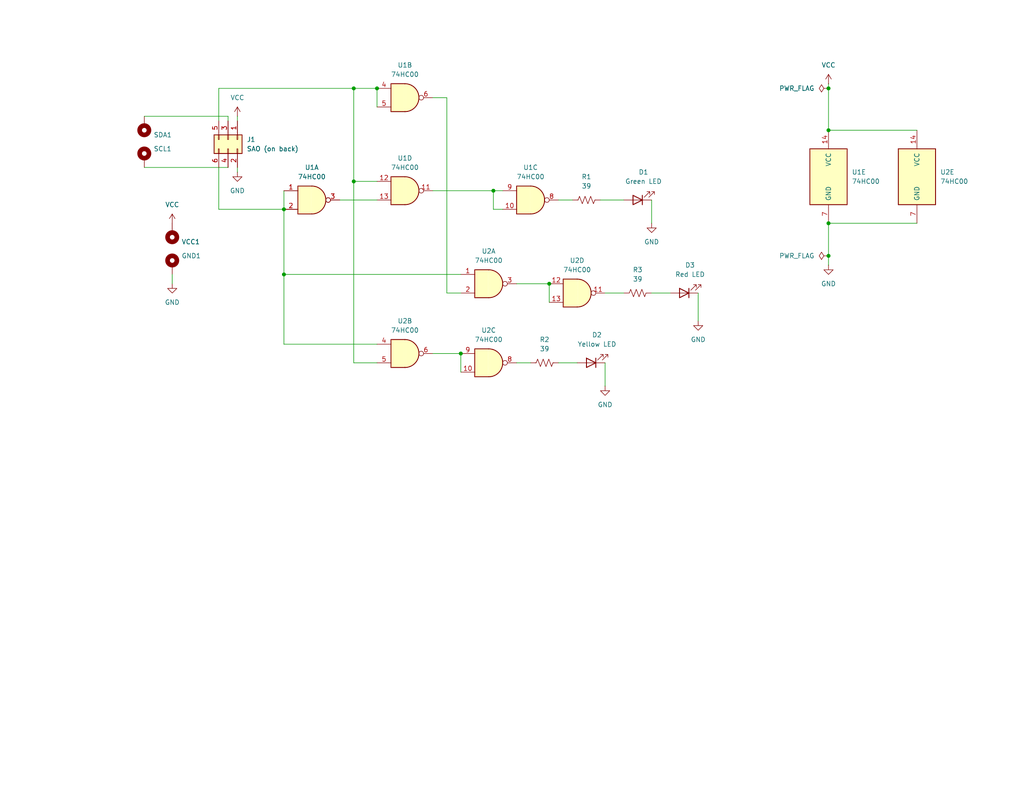
<source format=kicad_sch>
(kicad_sch (version 20231120) (generator "eeschema") (generator_version "8.0")
  (paper "USLetter")
  (title_block (title "AirQuality SAO") (date "2024-09-27"))
  (lib_symbols
    (symbol "74xx:74HC00" (pin_names (offset 1.016))
      (property "Reference" "U" (at 0 1.27 0))
      (property "Value" "74HC00" (at 0 -1.27 0))
      (symbol "74HC00_1_1"
        (arc (start 0 -3.81) (mid 3.7934 0) (end 0 3.81) (stroke (width 0.254)) (fill (type background)))
        (polyline (pts (xy 0 3.81) (xy -3.81 3.81) (xy -3.81 -3.81) (xy 0 -3.81)) (stroke (width 0.254)) (fill (type background)))
        (pin input line (at -7.62 2.54 0) (length 3.81) (name "~") (number "1"))
        (pin input line (at -7.62 -2.54 0) (length 3.81) (name "~") (number "2"))
        (pin output inverted (at 7.62 0 180) (length 3.81) (name "~") (number "3"))
      )
      (symbol "74HC00_1_2"
        (arc (start -3.81 -3.81) (mid -2.589 0) (end -3.81 3.81) (stroke (width 0.254)))
        (arc (start -0.6096 -3.81) (mid 2.1842 -2.5851) (end 3.81 0) (stroke (width 0.254)) (fill (type background)))
        (polyline (pts (xy -3.81 -3.81) (xy -0.635 -3.81)) (stroke (width 0.254)) (fill (type background)))
        (polyline (pts (xy -3.81 3.81) (xy -0.635 3.81)) (stroke (width 0.254)) (fill (type background)))
        (polyline (pts (xy -0.635 3.81) (xy -3.81 3.81) (xy -3.81 3.81) (xy -3.556 3.4036) (xy -3.0226 2.2606) (xy -2.6924 1.0414) (xy -2.6162 -0.254) (xy -2.7686 -1.4986) (xy -3.175 -2.7178) (xy -3.81 -3.81) (xy -3.81 -3.81) (xy -0.635 -3.81)) (stroke (width -25.4)) (fill (type background)))
        (arc (start 3.81 0) (mid 2.1915 2.5936) (end -0.6096 3.81) (stroke (width 0.254)) (fill (type background)))
        (pin input inverted (at -7.62 2.54 0) (length 4.318) (name "~") (number "1"))
        (pin input inverted (at -7.62 -2.54 0) (length 4.318) (name "~") (number "2"))
        (pin output line (at 7.62 0 180) (length 3.81) (name "~") (number "3"))
      )
      (symbol "74HC00_2_1"
        (arc (start 0 -3.81) (mid 3.7934 0) (end 0 3.81) (stroke (width 0.254)) (fill (type background)))
        (polyline (pts (xy 0 3.81) (xy -3.81 3.81) (xy -3.81 -3.81) (xy 0 -3.81)) (stroke (width 0.254)) (fill (type background)))
        (pin input line (at -7.62 2.54 0) (length 3.81) (name "~") (number "4"))
        (pin input line (at -7.62 -2.54 0) (length 3.81) (name "~") (number "5"))
        (pin output inverted (at 7.62 0 180) (length 3.81) (name "~") (number "6"))
      )
      (symbol "74HC00_2_2"
        (arc (start -3.81 -3.81) (mid -2.589 0) (end -3.81 3.81) (stroke (width 0.254)))
        (arc (start -0.6096 -3.81) (mid 2.1842 -2.5851) (end 3.81 0) (stroke (width 0.254)) (fill (type background)))
        (polyline (pts (xy -3.81 -3.81) (xy -0.635 -3.81)) (stroke (width 0.254)) (fill (type background)))
        (polyline (pts (xy -3.81 3.81) (xy -0.635 3.81)) (stroke (width 0.254)) (fill (type background)))
        (polyline (pts (xy -0.635 3.81) (xy -3.81 3.81) (xy -3.81 3.81) (xy -3.556 3.4036) (xy -3.0226 2.2606) (xy -2.6924 1.0414) (xy -2.6162 -0.254) (xy -2.7686 -1.4986) (xy -3.175 -2.7178) (xy -3.81 -3.81) (xy -3.81 -3.81) (xy -0.635 -3.81)) (stroke (width -25.4)) (fill (type background)))
        (arc (start 3.81 0) (mid 2.1915 2.5936) (end -0.6096 3.81) (stroke (width 0.254)) (fill (type background)))
        (pin input inverted (at -7.62 2.54 0) (length 4.318) (name "~") (number "4"))
        (pin input inverted (at -7.62 -2.54 0) (length 4.318) (name "~") (number "5"))
        (pin output line (at 7.62 0 180) (length 3.81) (name "~") (number "6"))
      )
      (symbol "74HC00_3_1"
        (arc (start 0 -3.81) (mid 3.7934 0) (end 0 3.81) (stroke (width 0.254)) (fill (type background)))
        (polyline (pts (xy 0 3.81) (xy -3.81 3.81) (xy -3.81 -3.81) (xy 0 -3.81)) (stroke (width 0.254)) (fill (type background)))
        (pin input line (at -7.62 -2.54 0) (length 3.81) (name "~") (number "10"))
        (pin output inverted (at 7.62 0 180) (length 3.81) (name "~") (number "8"))
        (pin input line (at -7.62 2.54 0) (length 3.81) (name "~") (number "9"))
      )
      (symbol "74HC00_3_2"
        (arc (start -3.81 -3.81) (mid -2.589 0) (end -3.81 3.81) (stroke (width 0.254)))
        (arc (start -0.6096 -3.81) (mid 2.1842 -2.5851) (end 3.81 0) (stroke (width 0.254)) (fill (type background)))
        (polyline (pts (xy -3.81 -3.81) (xy -0.635 -3.81)) (stroke (width 0.254)) (fill (type background)))
        (polyline (pts (xy -3.81 3.81) (xy -0.635 3.81)) (stroke (width 0.254)) (fill (type background)))
        (polyline (pts (xy -0.635 3.81) (xy -3.81 3.81) (xy -3.81 3.81) (xy -3.556 3.4036) (xy -3.0226 2.2606) (xy -2.6924 1.0414) (xy -2.6162 -0.254) (xy -2.7686 -1.4986) (xy -3.175 -2.7178) (xy -3.81 -3.81) (xy -3.81 -3.81) (xy -0.635 -3.81)) (stroke (width -25.4)) (fill (type background)))
        (arc (start 3.81 0) (mid 2.1915 2.5936) (end -0.6096 3.81) (stroke (width 0.254)) (fill (type background)))
        (pin input inverted (at -7.62 -2.54 0) (length 4.318) (name "~") (number "10"))
        (pin output line (at 7.62 0 180) (length 3.81) (name "~") (number "8"))
        (pin input inverted (at -7.62 2.54 0) (length 4.318) (name "~") (number "9"))
      )
      (symbol "74HC00_4_1"
        (arc (start 0 -3.81) (mid 3.7934 0) (end 0 3.81) (stroke (width 0.254)) (fill (type background)))
        (polyline (pts (xy 0 3.81) (xy -3.81 3.81) (xy -3.81 -3.81) (xy 0 -3.81)) (stroke (width 0.254)) (fill (type background)))
        (pin output inverted (at 7.62 0 180) (length 3.81) (name "~") (number "11"))
        (pin input line (at -7.62 2.54 0) (length 3.81) (name "~") (number "12"))
        (pin input line (at -7.62 -2.54 0) (length 3.81) (name "~") (number "13"))
      )
      (symbol "74HC00_4_2"
        (arc (start -3.81 -3.81) (mid -2.589 0) (end -3.81 3.81) (stroke (width 0.254)))
        (arc (start -0.6096 -3.81) (mid 2.1842 -2.5851) (end 3.81 0) (stroke (width 0.254)) (fill (type background)))
        (polyline (pts (xy -3.81 -3.81) (xy -0.635 -3.81)) (stroke (width 0.254)) (fill (type background)))
        (polyline (pts (xy -3.81 3.81) (xy -0.635 3.81)) (stroke (width 0.254)) (fill (type background)))
        (polyline (pts (xy -0.635 3.81) (xy -3.81 3.81) (xy -3.81 3.81) (xy -3.556 3.4036) (xy -3.0226 2.2606) (xy -2.6924 1.0414) (xy -2.6162 -0.254) (xy -2.7686 -1.4986) (xy -3.175 -2.7178) (xy -3.81 -3.81) (xy -3.81 -3.81) (xy -0.635 -3.81)) (stroke (width -25.4)) (fill (type background)))
        (arc (start 3.81 0) (mid 2.1915 2.5936) (end -0.6096 3.81) (stroke (width 0.254)) (fill (type background)))
        (pin output line (at 7.62 0 180) (length 3.81) (name "~") (number "11"))
        (pin input inverted (at -7.62 2.54 0) (length 4.318) (name "~") (number "12"))
        (pin input inverted (at -7.62 -2.54 0) (length 4.318) (name "~") (number "13"))
      )
      (symbol "74HC00_5_0"
        (pin power_in line (at 0 12.7 270) (length 5.08) (name "VCC") (number "14"))
        (pin power_in line (at 0 -12.7 90) (length 5.08) (name "GND") (number "7"))
      )
      (symbol "74HC00_5_1"
        (rectangle (start -5.08 7.62) (end 5.08 -7.62) (stroke (width 0.254)) (fill (type background)))
      )
    )
    (symbol "Connector_Generic:Conn_02x03_Odd_Even" (pin_names (offset 1.016) hide)
      (property "Reference" "J" (at 1.27 5.08 0))
      (property "Value" "Conn_02x03_Odd_Even" (at 1.27 -5.08 0))
      (symbol "Conn_02x03_Odd_Even_1_1"
        (rectangle (start -1.27 -2.413) (end 0 -2.667) (stroke (width 0.1524)))
        (rectangle (start -1.27 0.127) (end 0 -0.127) (stroke (width 0.1524)))
        (rectangle (start -1.27 2.667) (end 0 2.413) (stroke (width 0.1524)))
        (rectangle (start -1.27 3.81) (end 3.81 -3.81) (stroke (width 0.254)) (fill (type background)))
        (rectangle (start 3.81 -2.413) (end 2.54 -2.667) (stroke (width 0.1524)))
        (rectangle (start 3.81 0.127) (end 2.54 -0.127) (stroke (width 0.1524)))
        (rectangle (start 3.81 2.667) (end 2.54 2.413) (stroke (width 0.1524)))
        (pin passive line (at -5.08 2.54 0) (length 3.81) (name "Pin_1") (number "1"))
        (pin passive line (at 7.62 2.54 180) (length 3.81) (name "Pin_2") (number "2"))
        (pin passive line (at -5.08 0 0) (length 3.81) (name "Pin_3") (number "3"))
        (pin passive line (at 7.62 0 180) (length 3.81) (name "Pin_4") (number "4"))
        (pin passive line (at -5.08 -2.54 0) (length 3.81) (name "Pin_5") (number "5"))
        (pin passive line (at 7.62 -2.54 180) (length 3.81) (name "Pin_6") (number "6"))
      )
    )
    (symbol "Device:LED" (pin_numbers hide) (pin_names (offset 1.016) hide)
      (property "Reference" "D" (at 0 2.54 0))
      (property "Value" "LED" (at 0 -2.54 0))
      (symbol "LED_0_1"
        (polyline (pts (xy -1.27 -1.27) (xy -1.27 1.27)) (stroke (width 0.254)))
        (polyline (pts (xy -1.27 0) (xy 1.27 0)))
        (polyline (pts (xy 1.27 -1.27) (xy 1.27 1.27) (xy -1.27 0) (xy 1.27 -1.27)) (stroke (width 0.254)))
        (polyline (pts (xy -3.048 -0.762) (xy -4.572 -2.286) (xy -3.81 -2.286) (xy -4.572 -2.286) (xy -4.572 -1.524)))
        (polyline (pts (xy -1.778 -0.762) (xy -3.302 -2.286) (xy -2.54 -2.286) (xy -3.302 -2.286) (xy -3.302 -1.524)))
      )
      (symbol "LED_1_1"
        (pin passive line (at -3.81 0 0) (length 2.54) (name "K") (number "1"))
        (pin passive line (at 3.81 0 180) (length 2.54) (name "A") (number "2"))
      )
    )
    (symbol "Device:R_US" (pin_numbers hide) (pin_names (offset 0))
      (property "Reference" "R" (at 2.54 0 90))
      (property "Value" "R_US" (at -2.54 0 90))
      (symbol "R_US_0_1"
        (polyline (pts (xy 0 -2.286) (xy 0 -2.54)))
        (polyline (pts (xy 0 2.286) (xy 0 2.54)))
        (polyline (pts (xy 0 -0.762) (xy 1.016 -1.143) (xy 0 -1.524) (xy -1.016 -1.905) (xy 0 -2.286)))
        (polyline (pts (xy 0 0.762) (xy 1.016 0.381) (xy 0 0) (xy -1.016 -0.381) (xy 0 -0.762)))
        (polyline (pts (xy 0 2.286) (xy 1.016 1.905) (xy 0 1.524) (xy -1.016 1.143) (xy 0 0.762)))
      )
      (symbol "R_US_1_1"
        (pin passive line (at 0 3.81 270) (length 1.27) (name "~") (number "1"))
        (pin passive line (at 0 -3.81 90) (length 1.27) (name "~") (number "2"))
      )
    )
    (symbol "Mechanical:MountingHole_Pad" (pin_numbers hide) (pin_names (offset 1.016) hide) (exclude_from_sim yes) (in_bom no)
      (property "Reference" "H" (at 0 6.35 0))
      (property "Value" "MountingHole_Pad" (at 0 4.445 0))
      (symbol "MountingHole_Pad_0_1"
        (circle (center 0 1.27) (radius 1.27) (stroke (width 1.27)))
      )
      (symbol "MountingHole_Pad_1_1"
        (pin input line (at 0 -2.54 90) (length 2.54) (name "1") (number "1"))
      )
    )
    (symbol "power:GND" (power) (pin_numbers hide) (pin_names (offset 0) hide)
      (property "Value" "GND" (at 0 -3.81 0))
      (symbol "GND_0_1"
        (polyline (pts (xy 0 0) (xy 0 -1.27) (xy 1.27 -1.27) (xy 0 -2.54) (xy -1.27 -1.27) (xy 0 -1.27)))
      )
      (symbol "GND_1_1"
        (pin power_in line (at 0 0 270) (length 0) (name "~") (number "1"))
      )
    )
    (symbol "power:PWR_FLAG" (power) (pin_numbers hide) (pin_names (offset 0) hide)
      (property "Value" "PWR_FLAG" (at 0 3.81 0))
      (symbol "PWR_FLAG_0_0"
        (pin power_out line (at 0 0 90) (length 0) (name "~") (number "1"))
      )
      (symbol "PWR_FLAG_0_1"
        (polyline (pts (xy 0 0) (xy 0 1.27) (xy -1.016 1.905) (xy 0 2.54) (xy 1.016 1.905) (xy 0 1.27)))
      )
    )
    (symbol "power:VCC" (power) (pin_numbers hide) (pin_names (offset 0) hide)
      (property "Value" "VCC" (at 0 3.556 0))
      (symbol "VCC_0_1"
        (polyline (pts (xy -0.762 1.27) (xy 0 2.54)))
        (polyline (pts (xy 0 0) (xy 0 2.54)))
        (polyline (pts (xy 0 2.54) (xy 0.762 1.27)))
      )
      (symbol "VCC_1_1"
        (pin power_in line (at 0 0 90) (length 0) (name "~") (number "1"))
      )
    )
  )
  (junction (at 226.06 60.96))
  (junction (at 125.73 96.52))
  (junction (at 77.47 74.93))
  (junction (at 149.86 77.47))
  (junction (at 77.47 57.15))
  (junction (at 96.52 24.13))
  (junction (at 226.06 35.56))
  (junction (at 226.06 69.85))
  (junction (at 226.06 24.13))
  (junction (at 102.87 24.13))
  (junction (at 96.52 49.53))
  (junction (at 134.62 52.07))
  (wire (pts (xy 125.73 96.52) (xy 125.73 101.6)))
  (wire (pts (xy 121.92 26.67) (xy 121.92 80.01)))
  (wire (pts (xy 190.5 80.01) (xy 190.5 87.63)))
  (wire (pts (xy 59.69 45.72) (xy 59.69 57.15)))
  (wire (pts (xy 96.52 24.13) (xy 96.52 49.53)))
  (wire (pts (xy 39.37 45.72) (xy 62.23 45.72)))
  (wire (pts (xy 226.06 69.85) (xy 226.06 72.39)))
  (wire (pts (xy 102.87 24.13) (xy 102.87 29.21)))
  (wire (pts (xy 77.47 74.93) (xy 77.47 57.15)))
  (wire (pts (xy 137.16 57.15) (xy 134.62 57.15)))
  (wire (pts (xy 96.52 49.53) (xy 102.87 49.53)))
  (wire (pts (xy 226.06 60.96) (xy 250.19 60.96)))
  (wire (pts (xy 226.06 35.56) (xy 250.19 35.56)))
  (wire (pts (xy 77.47 93.98) (xy 102.87 93.98)))
  (wire (pts (xy 177.8 80.01) (xy 182.88 80.01)))
  (wire (pts (xy 77.47 74.93) (xy 125.73 74.93)))
  (wire (pts (xy 59.69 24.13) (xy 96.52 24.13)))
  (wire (pts (xy 152.4 99.06) (xy 157.48 99.06)))
  (wire (pts (xy 62.23 31.75) (xy 39.37 31.75)))
  (wire (pts (xy 165.1 99.06) (xy 165.1 105.41)))
  (wire (pts (xy 134.62 57.15) (xy 134.62 52.07)))
  (wire (pts (xy 62.23 33.02) (xy 62.23 31.75)))
  (wire (pts (xy 92.71 54.61) (xy 102.87 54.61)))
  (wire (pts (xy 118.11 26.67) (xy 121.92 26.67)))
  (wire (pts (xy 64.77 45.72) (xy 64.77 46.99)))
  (wire (pts (xy 96.52 49.53) (xy 96.52 99.06)))
  (wire (pts (xy 59.69 33.02) (xy 59.69 24.13)))
  (wire (pts (xy 165.1 80.01) (xy 170.18 80.01)))
  (wire (pts (xy 226.06 22.86) (xy 226.06 24.13)))
  (wire (pts (xy 163.83 54.61) (xy 170.18 54.61)))
  (wire (pts (xy 140.97 99.06) (xy 144.78 99.06)))
  (wire (pts (xy 59.69 57.15) (xy 77.47 57.15)))
  (wire (pts (xy 134.62 52.07) (xy 137.16 52.07)))
  (wire (pts (xy 77.47 74.93) (xy 77.47 93.98)))
  (wire (pts (xy 121.92 80.01) (xy 125.73 80.01)))
  (wire (pts (xy 152.4 54.61) (xy 156.21 54.61)))
  (wire (pts (xy 46.99 74.93) (xy 46.99 77.47)))
  (wire (pts (xy 77.47 52.07) (xy 77.47 57.15)))
  (wire (pts (xy 96.52 99.06) (xy 102.87 99.06)))
  (wire (pts (xy 226.06 24.13) (xy 226.06 35.56)))
  (wire (pts (xy 102.87 24.13) (xy 96.52 24.13)))
  (wire (pts (xy 118.11 52.07) (xy 134.62 52.07)))
  (wire (pts (xy 140.97 77.47) (xy 149.86 77.47)))
  (wire (pts (xy 64.77 31.75) (xy 64.77 33.02)))
  (wire (pts (xy 118.11 96.52) (xy 125.73 96.52)))
  (wire (pts (xy 177.8 54.61) (xy 177.8 60.96)))
  (wire (pts (xy 149.86 77.47) (xy 149.86 82.55)))
  (wire (pts (xy 226.06 60.96) (xy 226.06 69.85)))
  (symbol (lib_id "Mechanical:MountingHole_Pad") (at 46.99 63.5 0) (mirror x) (unit 1) (exclude_from_sim yes) (in_bom no)
    (property "Reference" "VCC1" (at 49.53 66.0401 0) (effects (justify left)))
    (property "Value" "VCC" (effects (hide yes)))
    (property "Footprint" "TestPoint:TestPoint_THTPad_1.0x1.0mm_Drill0.5mm" (effects (hide yes)))
    (property "Description" "Mounting Hole with connection" (effects (hide yes)))
  )
  (symbol (lib_id "power:GND") (at 177.8 60.96 0) (unit 1)
    (property "Reference" "#PWR01" (effects (hide yes)))
    (property "Value" "GND" (at 177.8 66.04 0))
    (property "Description" "Power symbol creates a global label with name \"GND\" , ground" (effects (hide yes)))
  )
  (symbol (lib_id "Device:LED") (at 161.29 99.06 180) (unit 1)
    (property "Reference" "D2" (at 162.8775 91.44 0))
    (property "Value" "Yellow LED" (at 162.8775 93.98 0))
    (property "Footprint" "LED_THT:LED_Rectangular_W5.0mm_H2.0mm" (effects (hide yes)))
    (property "Description" "Light emitting diode" (effects (hide yes)))
  )
  (symbol (lib_id "Device:LED") (at 173.99 54.61 180) (unit 1)
    (property "Reference" "D1" (at 175.5775 46.99 0))
    (property "Value" "Green LED" (at 175.5775 49.53 0))
    (property "Footprint" "LED_THT:LED_Rectangular_W5.0mm_H2.0mm" (effects (hide yes)))
    (property "Description" "Light emitting diode" (effects (hide yes)))
  )
  (symbol (lib_id "74xx:74HC00") (at 85.09 54.61 0) (unit 1)
    (property "Reference" "U1" (at 85.0817 45.72 0))
    (property "Value" "74HC00" (at 85.0817 48.26 0))
    (property "Footprint" "Package_DIP:DIP-14_W7.62mm" (effects (hide yes)))
    (property "Datasheet" "http://www.ti.com/lit/gpn/sn74hc00" (effects (hide yes)))
    (property "Description" "quad 2-input NAND gate" (effects (hide yes)))
  )
  (symbol (lib_id "74xx:74HC00") (at 250.19 48.26 0) (unit 5)
    (property "Reference" "U2" (at 256.54 46.9899 0) (effects (justify left)))
    (property "Value" "74HC00" (at 256.54 49.5299 0) (effects (justify left)))
    (property "Footprint" "Package_DIP:DIP-14_W7.62mm" (effects (hide yes)))
    (property "Datasheet" "http://www.ti.com/lit/gpn/sn74hc00" (effects (hide yes)))
    (property "Description" "quad 2-input NAND gate" (effects (hide yes)))
  )
  (symbol (lib_id "Mechanical:MountingHole_Pad") (at 46.99 72.39 0) (unit 1) (exclude_from_sim yes) (in_bom no)
    (property "Reference" "GND1" (at 49.53 69.8499 0) (effects (justify left)))
    (property "Value" "GND" (effects (hide yes)))
    (property "Footprint" "TestPoint:TestPoint_THTPad_1.0x1.0mm_Drill0.5mm" (effects (hide yes)))
    (property "Description" "Mounting Hole with connection" (effects (hide yes)))
  )
  (symbol (lib_id "Device:R_US") (at 160.02 54.61 90) (unit 1)
    (property "Reference" "R1" (at 160.02 48.26 90))
    (property "Value" "39" (at 160.02 50.8 90))
    (property "Footprint" "Resistor_THT:R_Axial_DIN0204_L3.6mm_D1.6mm_P5.08mm_Horizontal" (effects (hide yes)))
    (property "Description" "Resistor, US symbol" (effects (hide yes)))
  )
  (symbol (lib_id "Device:R_US") (at 173.99 80.01 90) (unit 1)
    (property "Reference" "R3" (at 173.99 73.66 90))
    (property "Value" "39" (at 173.99 76.2 90))
    (property "Footprint" "Resistor_THT:R_Axial_DIN0204_L3.6mm_D1.6mm_P5.08mm_Horizontal" (effects (hide yes)))
    (property "Description" "Resistor, US symbol" (effects (hide yes)))
  )
  (symbol (lib_id "74xx:74HC00") (at 133.35 77.47 0) (unit 1)
    (property "Reference" "U2" (at 133.3417 68.58 0))
    (property "Value" "74HC00" (at 133.3417 71.12 0))
    (property "Footprint" "Package_DIP:DIP-14_W7.62mm" (effects (hide yes)))
    (property "Datasheet" "http://www.ti.com/lit/gpn/sn74hc00" (effects (hide yes)))
    (property "Description" "quad 2-input NAND gate" (effects (hide yes)))
  )
  (symbol (lib_id "74xx:74HC00") (at 144.78 54.61 0) (unit 3)
    (property "Reference" "U1" (at 144.7717 45.72 0))
    (property "Value" "74HC00" (at 144.7717 48.26 0))
    (property "Footprint" "Package_DIP:DIP-14_W7.62mm" (effects (hide yes)))
    (property "Datasheet" "http://www.ti.com/lit/gpn/sn74hc00" (effects (hide yes)))
    (property "Description" "quad 2-input NAND gate" (effects (hide yes)))
  )
  (symbol (lib_id "power:GND") (at 64.77 46.99 0) (mirror y) (unit 1)
    (property "Reference" "#PWR07" (effects (hide yes)))
    (property "Value" "GND" (at 64.77 52.07 0))
    (property "Description" "Power symbol creates a global label with name \"GND\" , ground" (effects (hide yes)))
  )
  (symbol (lib_id "power:PWR_FLAG") (at 226.06 69.85 90) (unit 1)
    (property "Reference" "#FLG02" (effects (hide yes)))
    (property "Value" "PWR_FLAG" (at 222.25 69.8499 90) (effects (justify left)))
    (property "Description" "Special symbol for telling ERC where power comes from" (effects (hide yes)))
  )
  (symbol (lib_id "power:GND") (at 46.99 77.47 0) (mirror y) (unit 1)
    (property "Reference" "#PWR08" (effects (hide yes)))
    (property "Value" "GND" (at 46.99 82.55 0))
    (property "Description" "Power symbol creates a global label with name \"GND\" , ground" (effects (hide yes)))
  )
  (symbol (lib_id "power:VCC") (at 64.77 31.75 0) (mirror y) (unit 1)
    (property "Reference" "#PWR06" (effects (hide yes)))
    (property "Value" "VCC" (at 64.77 26.67 0))
    (property "Description" "Power symbol creates a global label with name \"VCC\"" (effects (hide yes)))
  )
  (symbol (lib_id "Mechanical:MountingHole_Pad") (at 39.37 34.29 0) (mirror x) (unit 1) (exclude_from_sim yes) (in_bom no)
    (property "Reference" "SDA1" (at 41.91 36.8301 0) (effects (justify left)))
    (property "Value" "SDA" (effects (hide yes)))
    (property "Footprint" "TestPoint:TestPoint_THTPad_1.0x1.0mm_Drill0.5mm" (effects (hide yes)))
    (property "Description" "Mounting Hole with connection" (effects (hide yes)))
  )
  (symbol (lib_id "power:PWR_FLAG") (at 226.06 24.13 90) (unit 1)
    (property "Reference" "#FLG01" (effects (hide yes)))
    (property "Value" "PWR_FLAG" (at 222.25 24.1299 90) (effects (justify left)))
    (property "Description" "Special symbol for telling ERC where power comes from" (effects (hide yes)))
  )
  (symbol (lib_id "power:VCC") (at 46.99 60.96 0) (unit 1)
    (property "Reference" "#PWR09" (effects (hide yes)))
    (property "Value" "VCC" (at 46.99 55.88 0))
    (property "Description" "Power symbol creates a global label with name \"VCC\"" (effects (hide yes)))
  )
  (symbol (lib_id "74xx:74HC00") (at 110.49 96.52 0) (unit 2)
    (property "Reference" "U2" (at 110.4817 87.63 0))
    (property "Value" "74HC00" (at 110.4817 90.17 0))
    (property "Footprint" "Package_DIP:DIP-14_W7.62mm" (effects (hide yes)))
    (property "Datasheet" "http://www.ti.com/lit/gpn/sn74hc00" (effects (hide yes)))
    (property "Description" "quad 2-input NAND gate" (effects (hide yes)))
  )
  (symbol (lib_id "74xx:74HC00") (at 157.48 80.01 0) (unit 4)
    (property "Reference" "U2" (at 157.4717 71.12 0))
    (property "Value" "74HC00" (at 157.4717 73.66 0))
    (property "Footprint" "Package_DIP:DIP-14_W7.62mm" (effects (hide yes)))
    (property "Datasheet" "http://www.ti.com/lit/gpn/sn74hc00" (effects (hide yes)))
    (property "Description" "quad 2-input NAND gate" (effects (hide yes)))
  )
  (symbol (lib_id "74xx:74HC00") (at 226.06 48.26 0) (unit 5)
    (property "Reference" "U1" (at 232.41 46.9899 0) (effects (justify left)))
    (property "Value" "74HC00" (at 232.41 49.5299 0) (effects (justify left)))
    (property "Footprint" "Package_DIP:DIP-14_W7.62mm" (effects (hide yes)))
    (property "Datasheet" "http://www.ti.com/lit/gpn/sn74hc00" (effects (hide yes)))
    (property "Description" "quad 2-input NAND gate" (effects (hide yes)))
  )
  (symbol (lib_id "Mechanical:MountingHole_Pad") (at 39.37 43.18 0) (unit 1) (exclude_from_sim yes) (in_bom no)
    (property "Reference" "SCL1" (at 41.91 40.6399 0) (effects (justify left)))
    (property "Value" "SCL" (effects (hide yes)))
    (property "Footprint" "TestPoint:TestPoint_THTPad_1.0x1.0mm_Drill0.5mm" (effects (hide yes)))
    (property "Description" "Mounting Hole with connection" (effects (hide yes)))
  )
  (symbol (lib_id "power:GND") (at 226.06 72.39 0) (unit 1)
    (property "Reference" "#PWR05" (effects (hide yes)))
    (property "Value" "GND" (at 226.06 77.47 0))
    (property "Description" "Power symbol creates a global label with name \"GND\" , ground" (effects (hide yes)))
  )
  (symbol (lib_id "Device:R_US") (at 148.59 99.06 90) (unit 1)
    (property "Reference" "R2" (at 148.59 92.71 90))
    (property "Value" "39" (at 148.59 95.25 90))
    (property "Footprint" "Resistor_THT:R_Axial_DIN0204_L3.6mm_D1.6mm_P5.08mm_Horizontal" (effects (hide yes)))
    (property "Description" "Resistor, US symbol" (effects (hide yes)))
  )
  (symbol (lib_id "Connector_Generic:Conn_02x03_Odd_Even") (at 62.23 38.1 270) (unit 1)
    (property "Reference" "J1" (at 67.31 38.0999 90) (effects (justify left)))
    (property "Value" "SAO (on back)" (at 67.31 40.6399 90) (effects (justify left)))
    (property "Footprint" "Connector_PinHeader_2.54mm:PinHeader_2x03_P2.54mm_Vertical" (effects (hide yes)))
    (property "Description" "Generic connector, double row, 02x03, odd/even pin numbering scheme (row 1 odd numbers, row 2 even numbers), script generated (kicad-library-utils/schlib/autogen/connector/)" (effects (hide yes)))
  )
  (symbol (lib_id "power:GND") (at 165.1 105.41 0) (unit 1)
    (property "Reference" "#PWR02" (effects (hide yes)))
    (property "Value" "GND" (at 165.1 110.49 0))
    (property "Description" "Power symbol creates a global label with name \"GND\" , ground" (effects (hide yes)))
  )
  (symbol (lib_id "Device:LED") (at 186.69 80.01 180) (unit 1)
    (property "Reference" "D3" (at 188.2775 72.39 0))
    (property "Value" "Red LED" (at 188.2775 74.93 0))
    (property "Footprint" "LED_THT:LED_Rectangular_W5.0mm_H2.0mm" (effects (hide yes)))
    (property "Description" "Light emitting diode" (effects (hide yes)))
  )
  (symbol (lib_id "74xx:74HC00") (at 133.35 99.06 0) (unit 3)
    (property "Reference" "U2" (at 133.3417 90.17 0))
    (property "Value" "74HC00" (at 133.3417 92.71 0))
    (property "Footprint" "Package_DIP:DIP-14_W7.62mm" (effects (hide yes)))
    (property "Datasheet" "http://www.ti.com/lit/gpn/sn74hc00" (effects (hide yes)))
    (property "Description" "quad 2-input NAND gate" (effects (hide yes)))
  )
  (symbol (lib_id "power:VCC") (at 226.06 22.86 0) (unit 1)
    (property "Reference" "#PWR04" (effects (hide yes)))
    (property "Value" "VCC" (at 226.06 17.78 0))
    (property "Description" "Power symbol creates a global label with name \"VCC\"" (effects (hide yes)))
  )
  (symbol (lib_id "74xx:74HC00") (at 110.49 26.67 0) (unit 2)
    (property "Reference" "U1" (at 110.4817 17.78 0))
    (property "Value" "74HC00" (at 110.4817 20.32 0))
    (property "Footprint" "Package_DIP:DIP-14_W7.62mm" (effects (hide yes)))
    (property "Datasheet" "http://www.ti.com/lit/gpn/sn74hc00" (effects (hide yes)))
    (property "Description" "quad 2-input NAND gate" (effects (hide yes)))
  )
  (symbol (lib_id "power:GND") (at 190.5 87.63 0) (unit 1)
    (property "Reference" "#PWR03" (effects (hide yes)))
    (property "Value" "GND" (at 190.5 92.71 0))
    (property "Description" "Power symbol creates a global label with name \"GND\" , ground" (effects (hide yes)))
  )
  (symbol (lib_id "74xx:74HC00") (at 110.49 52.07 0) (unit 4)
    (property "Reference" "U1" (at 110.4817 43.18 0))
    (property "Value" "74HC00" (at 110.4817 45.72 0))
    (property "Footprint" "Package_DIP:DIP-14_W7.62mm" (effects (hide yes)))
    (property "Datasheet" "http://www.ti.com/lit/gpn/sn74hc00" (effects (hide yes)))
    (property "Description" "quad 2-input NAND gate" (effects (hide yes)))
  )
)
</source>
